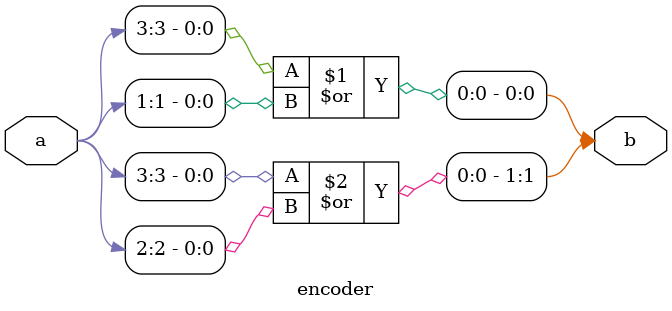
<source format=sv>
module encoder(a,b);
  input [3:0] a;
  output [1:0] b;
  assign b[0] = a[3]|a[1];
  assign b[1] = a[3]|a[2];
endmodule

</source>
